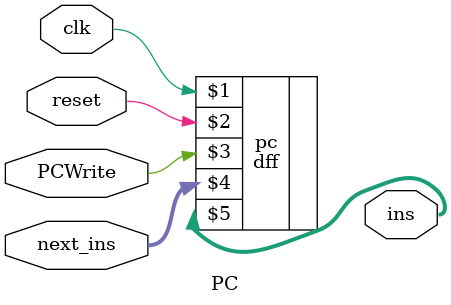
<source format=v>
`ifdef IVERILOG
`include "misc/dff.v"
`endif

`ifndef _PC
`define _PC

module PC (
    input                clk, reset,
    input       [31 : 0] next_ins,
    input                PCWrite,
    output wire [31 : 0] ins
    );

    dff pc(clk, reset, PCWrite, next_ins, ins);

endmodule // PC

`endif

</source>
